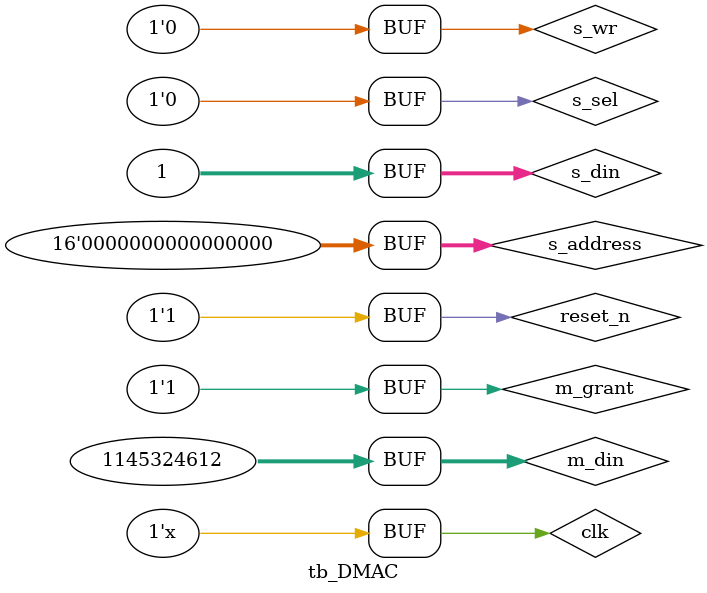
<source format=v>
`timescale 1ns/100ps

module tb_DMAC;
	reg clk, reset_n, m_grant;
	reg[31:0] m_din;
	reg s_sel, s_wr;
	reg[15:0] s_address;
	reg[31:0] s_din;
	wire m_req;
	wire m_wr;
	wire[15:0] m_address;
	wire[31:0] m_dout;
	wire[31:0] s_dout;
	wire s_interrupt;
	
	DMAC_Top DMAC_TOP1(clk, reset_n, m_grant, m_din, s_sel, s_wr, s_address, s_din, m_req, m_wr, m_address, m_dout, s_dout, s_interrupt);

	always
		begin
			#5; clk = ~clk; //cycle of clk is 10ns
		end
		
	//DMAC = 0000 - 001F
	//ALU = 0100 - 011F
	//OPERAND = 0200 - 023F
	//INSTRUCTION = 0300 - 033F
	//RESULT = 0400 - 043F
		
	//OPERATION_START = 0000
	//INTERRUPT = 0001
	//INTERRUPT_ENABLE = 0002
	//SOURCE_ADDRESS = 0003
	//DESTINATION_ADDRESS = 0004
	//DATA_SIZE = 0005
	//DESCRIPTOR_SIZE = 0006
	//DESCRIPTOR_PUSH = 0007
	//OPERATION_MODE = 0008
	//DMA_STATUS = 0009
		
	initial
		begin
			#4; clk = 1'b0; reset_n = 1'b1; m_grant = 1'b0; m_din = 32'h0000_0000; s_sel = 1'b0; s_wr = 1'b0; s_address = 16'h0000; s_din = 32'h0000_0000; #10;
			reset_n = 1'b0; #10; reset_n = 1'b1; #10; //reset
			
			s_sel = 1'b1; s_wr = 1'b1; s_address = 16'h0003; s_din = 16'h0200; #10; s_wr = 1'b0; #10;
			//write source_address to DMAC
			s_wr = 1'b1; s_address = 16'h0004; s_din = 16'h0300; #10; s_wr = 1'b0; #10;
			//write destination_address to DMAC
			s_wr = 1'b1; s_address = 16'h0005; s_din = 16'h0001; #10; s_wr = 1'b0; #10;
			//write data_size to DMAC
			s_wr = 1'b1; s_address = 16'h0006; s_din = 16'h0001; #10; s_wr = 1'b0; #10;
			//write descriptor_push to DMAC
			//and push 3 data into fifo
			//1
			
			s_sel = 1'b1; s_wr = 1'b1; s_address = 16'h0003; s_din = 16'h0204; #10; s_wr = 1'b0; #10;
			//write source_address to DMAC
			s_wr = 1'b1; s_address = 16'h0004; s_din = 16'h0304; #10; s_wr = 1'b0; #10;
			//write destination_address to DMAC
			s_wr = 1'b1; s_address = 16'h0005; s_din = 16'h0001; #10; s_wr = 1'b0; #10;
			//write data_size to DMAC
			s_wr = 1'b1; s_address = 16'h0006; s_din = 16'h0001; #10; s_wr = 1'b0; #10;
			//write descriptor_push to DMAC
			//and push 3 data into fifo
			//2
			
			s_sel = 1'b1; s_wr = 1'b1; s_address = 16'h0003; s_din = 16'h0208; #10; s_wr = 1'b0; #10;
			//write source_address to DMAC
			s_wr = 1'b1; s_address = 16'h0004; s_din = 16'h0308; #10; s_wr = 1'b0; #10;
			//write destination_address to DMAC
			s_wr = 1'b1; s_address = 16'h0005; s_din = 16'h0001; #10; s_wr = 1'b0; #10;
			//write data_size to DMAC
			s_wr = 1'b1; s_address = 16'h0006; s_din = 16'h0001; #10; s_wr = 1'b0; #10;
			//write descriptor_push to DMAC
			//and push 3 data into fifo
			//3
			
			s_sel = 1'b1; s_wr = 1'b1; s_address = 16'h0003; s_din = 16'h020C; #10; s_wr = 1'b0; #10;
			//write source_address to DMAC
			s_wr = 1'b1; s_address = 16'h0004; s_din = 16'h030C; #10; s_wr = 1'b0; #10;
			//write destination_address to DMAC
			s_wr = 1'b1; s_address = 16'h0005; s_din = 16'h0001; #10; s_wr = 1'b0; #10;
			//write data_size to DMAC
			s_wr = 1'b1; s_address = 16'h0006; s_din = 16'h0001; #10; s_wr = 1'b0; #10;
			//write descriptor_push to DMAC
			//and push 3 data into fifo
			//4
			
			s_sel = 1'b1; s_wr = 1'b1; s_address = 16'h0003; s_din = 16'h0210; #10; s_wr = 1'b0; #10;
			//write source_address to DMAC
			s_wr = 1'b1; s_address = 16'h0004; s_din = 16'h0310; #10; s_wr = 1'b0; #10;
			//write destination_address to DMAC
			s_wr = 1'b1; s_address = 16'h0005; s_din = 16'h0001; #10; s_wr = 1'b0; #10;
			//write data_size to DMAC
			s_wr = 1'b1; s_address = 16'h0006; s_din = 16'h0001; #10; s_wr = 1'b0; #10;
			//write descriptor_push to DMAC
			//and push 3 data into fifo
			//5
			
			s_sel = 1'b1; s_wr = 1'b1; s_address = 16'h0003; s_din = 16'h0214; #10; s_wr = 1'b0; #10;
			//write source_address to DMAC
			s_wr = 1'b1; s_address = 16'h0004; s_din = 16'h0314; #10; s_wr = 1'b0; #10;
			//write destination_address to DMAC
			s_wr = 1'b1; s_address = 16'h0005; s_din = 16'h0001; #10; s_wr = 1'b0; #10;
			//write data_size to DMAC
			s_wr = 1'b1; s_address = 16'h0006; s_din = 16'h0001; #10; s_wr = 1'b0; #10;
			//write descriptor_push to DMAC
			//and push 3 data into fifo
			//6
			
			s_sel = 1'b1; s_wr = 1'b1; s_address = 16'h0003; s_din = 16'h0218; #10; s_wr = 1'b0; #10;
			//write source_address to DMAC
			s_wr = 1'b1; s_address = 16'h0004; s_din = 16'h0318; #10; s_wr = 1'b0; #10;
			//write destination_address to DMAC
			s_wr = 1'b1; s_address = 16'h0005; s_din = 16'h0001; #10; s_wr = 1'b0; #10;
			//write data_size to DMAC
			s_wr = 1'b1; s_address = 16'h0006; s_din = 16'h0001; #10; s_wr = 1'b0; #10;
			//write descriptor_push to DMAC
			//and push 3 data into fifo
			//7
			
			s_sel = 1'b1; s_wr = 1'b1; s_address = 16'h0003; s_din = 16'h021C; #10; s_wr = 1'b0; #10;
			//write source_address to DMAC
			s_wr = 1'b1; s_address = 16'h0004; s_din = 16'h031C; #10; s_wr = 1'b0; #10;
			//write destination_address to DMAC
			s_wr = 1'b1; s_address = 16'h0005; s_din = 16'h0001; #10; s_wr = 1'b0; #10;
			//write data_size to DMAC
			s_wr = 1'b1; s_address = 16'h0006; s_din = 16'h0001; #10; s_wr = 1'b0; #10;
			//write descriptor_push to DMAC
			//and push 3 data into fifo
			//8
			
			s_sel = 1'b1; s_wr = 1'b1; s_address = 16'h0003; s_din = 16'h0200; #10; s_wr = 1'b0; #10;
			//write source_address to DMAC
			s_wr = 1'b1; s_address = 16'h0004; s_din = 16'h0300; #10; s_wr = 1'b0; #10;
			//write destination_address to DMAC
			s_wr = 1'b1; s_address = 16'h0005; s_din = 16'h0001; #10; s_wr = 1'b0; #10;
			//write data_size to DMAC
			s_wr = 1'b1; s_address = 16'h0006; s_din = 16'h0001; #10; s_wr = 1'b0; #10;
			//write descriptor_push to DMAC
			//and push 3 data into fifo
			//9
			
			s_sel = 1'b1; s_wr = 1'b1; s_address = 16'h0003; s_din = 16'h0204; #10; s_wr = 1'b0; #10;
			//write source_address to DMAC
			s_wr = 1'b1; s_address = 16'h0004; s_din = 16'h0304; #10; s_wr = 1'b0; #10;
			//write destination_address to DMAC
			s_wr = 1'b1; s_address = 16'h0005; s_din = 16'h0001; #10; s_wr = 1'b0; #10;
			//write data_size to DMAC
			s_wr = 1'b1; s_address = 16'h0006; s_din = 16'h0001; #10; s_wr = 1'b0; #10;
			//write descriptor_push to DMAC
			//and push 3 data into fifo
			//10
			
			s_sel = 1'b1; s_wr = 1'b1; s_address = 16'h0003; s_din = 16'h0208; #10; s_wr = 1'b0; #10;
			//write source_address to DMAC
			s_wr = 1'b1; s_address = 16'h0004; s_din = 16'h0308; #10; s_wr = 1'b0; #10;
			//write destination_address to DMAC
			s_wr = 1'b1; s_address = 16'h0005; s_din = 16'h0001; #10; s_wr = 1'b0; #10;
			//write data_size to DMAC
			s_wr = 1'b1; s_address = 16'h0006; s_din = 16'h0001; #10; s_wr = 1'b0; #10;
			//write descriptor_push to DMAC
			//and push 3 data into fifo
			//11
			
			s_sel = 1'b1; s_wr = 1'b1; s_address = 16'h0003; s_din = 16'h020C; #10; s_wr = 1'b0; #10;
			//write source_address to DMAC
			s_wr = 1'b1; s_address = 16'h0004; s_din = 16'h030C; #10; s_wr = 1'b0; #10;
			//write destination_address to DMAC
			s_wr = 1'b1; s_address = 16'h0005; s_din = 16'h0001; #10; s_wr = 1'b0; #10;
			//write data_size to DMAC
			s_wr = 1'b1; s_address = 16'h0006; s_din = 16'h0001; #10; s_wr = 1'b0; #10;
			//write descriptor_push to DMAC
			//and push 3 data into fifo
			//12
			
			s_sel = 1'b1; s_wr = 1'b1; s_address = 16'h0003; s_din = 16'h0210; #10; s_wr = 1'b0; #10;
			//write source_address to DMAC
			s_wr = 1'b1; s_address = 16'h0004; s_din = 16'h0310; #10; s_wr = 1'b0; #10;
			//write destination_address to DMAC
			s_wr = 1'b1; s_address = 16'h0005; s_din = 16'h0001; #10; s_wr = 1'b0; #10;
			//write data_size to DMAC
			s_wr = 1'b1; s_address = 16'h0006; s_din = 16'h0001; #10; s_wr = 1'b0; #10;
			//write descriptor_push to DMAC
			//and push 3 data into fifo
			//13
			
			s_sel = 1'b1; s_wr = 1'b1; s_address = 16'h0003; s_din = 16'h0214; #10; s_wr = 1'b0; #10;
			//write source_address to DMAC
			s_wr = 1'b1; s_address = 16'h0004; s_din = 16'h0314; #10; s_wr = 1'b0; #10;
			//write destination_address to DMAC
			s_wr = 1'b1; s_address = 16'h0005; s_din = 16'h0001; #10; s_wr = 1'b0; #10;
			//write data_size to DMAC
			s_wr = 1'b1; s_address = 16'h0006; s_din = 16'h0001; #10; s_wr = 1'b0; #10;
			//write descriptor_push to DMAC
			//and push 3 data into fifo
			//14
			
			s_sel = 1'b1; s_wr = 1'b1; s_address = 16'h0003; s_din = 16'h0218; #10; s_wr = 1'b0; #10;
			//write source_address to DMAC
			s_wr = 1'b1; s_address = 16'h0004; s_din = 16'h0318; #10; s_wr = 1'b0; #10;
			//write destination_address to DMAC
			s_wr = 1'b1; s_address = 16'h0005; s_din = 16'h0001; #10; s_wr = 1'b0; #10;
			//write data_size to DMAC
			s_wr = 1'b1; s_address = 16'h0006; s_din = 16'h0001; #10; s_wr = 1'b0; #10;
			//write descriptor_push to DMAC
			//and push 3 data into fifo
			//15
			
			s_sel = 1'b1; s_wr = 1'b1; s_address = 16'h0003; s_din = 16'h021C; #10; s_wr = 1'b0; #10;
			//write source_address to DMAC
			s_wr = 1'b1; s_address = 16'h0004; s_din = 16'h031C; #10; s_wr = 1'b0; #10;
			//write destination_address to DMAC
			s_wr = 1'b1; s_address = 16'h0005; s_din = 16'h0001; #10; s_wr = 1'b0; #10;
			//write data_size to DMAC
			s_wr = 1'b1; s_address = 16'h0006; s_din = 16'h0001; #10; s_wr = 1'b0; #10;
			//write descriptor_push to DMAC
			//and push 3 data into fifo
			//16
			
			s_wr = 1'b1; s_address = 16'h0000; s_din = 16'h0001; #10; s_wr = 1'b0; s_sel = 1'b0; #10;
			//write operation_start to DMAC
			//and master begin to work
			
			m_grant = 1'b1;
			m_din = 32'h1234_5678; #200;
			m_din = 32'h9012_3456; #200;
			m_din = 32'h7890_1234; #200;
			m_din = 32'h5678_9012; #200;
			
			m_din = 32'h1111_1111; #200;
			m_din = 32'h2222_2222; #200;
			m_din = 32'h3333_3333; #200;
			m_din = 32'h4444_4444; #200;
			//master read data from bus
			
			//master write data to bus
			
			/*
			#4; clk = 1'b0; reset_n = 1'b1; m_grant = 1'b0; m_din = 32'h0000_0000; s_sel = 1'b0; s_wr = 1'b0; s_address = 16'h0000; s_din = 32'h0000_0000; #10;
			reset_n = 1'b0; #10; reset_n = 1'b1; #10; //reset
			
			s_sel = 1'b1; s_wr = 1'b1; s_address = 16'h0003; s_din = 16'h0200; #10; s_wr = 1'b0; #10;
			//write source_address to DMAC
			s_wr = 1'b1; s_address = 16'h0004; s_din = 16'h0300; #10; s_wr = 1'b0; #10;
			//write destination_address to DMAC
			s_wr = 1'b1; s_address = 16'h0005; s_din = 16'h0001; #10; s_wr = 1'b0; #10;
			//write data_size to DMAC
			s_wr = 1'b1; s_address = 16'h0006; s_din = 16'h0001; #10; s_wr = 1'b0; #10;
			//write descriptor_push to DMAC
			//and push 3 data into fifo
			//1
			
			s_wr = 1'b1; s_address = 16'h0000; s_din = 16'h0001; #10; s_wr = 1'b0; s_sel = 1'b0; #10;
			//write operation_start to DMAC
			//and master begin to work
			
			m_grant = 1'b1;
			m_din = 32'h1234_5678; #200;
			//master read data from bus
			*/
		end
endmodule 
</source>
